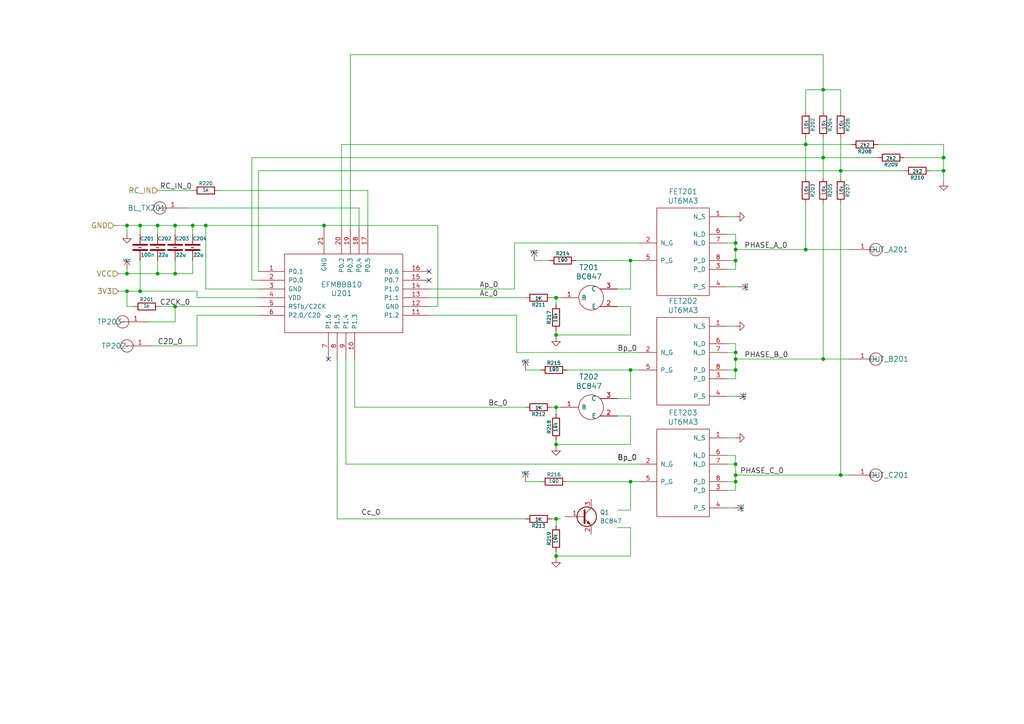
<source format=kicad_sch>
(kicad_sch (version 20230121) (generator eeschema)
  (paper "A4")
  (title_block (date "7 oct 2016"))
  (lib_symbols
    (symbol "Transistor_BJT:BC847" (pin_names (offset 0) hide)
      (property "Reference" "Q" (at 5.08 1.905 0))
      (property "Value" "BC847" (at 5.08 0 0))
      (symbol "BC847_0_1"
        (polyline (pts (xy 0.635 0.635) (xy 2.54 2.54)))
        (polyline (pts (xy 0.635 -0.635) (xy 2.54 -2.54) (xy 2.54 -2.54)))
        (polyline (pts (xy 0.635 1.905) (xy 0.635 -1.905) (xy 0.635 -1.905)) (stroke (width 0.508)))
        (polyline (pts (xy 1.27 -1.778) (xy 1.778 -1.27) (xy 2.286 -2.286) (xy 1.27 -1.778) (xy 1.27 -1.778)) (fill (type outline)))
        (circle (center 1.27 0) (radius 2.8194) (stroke (width 0.254)))
      )
      (symbol "BC847_1_1"
        (pin input line (at -5.08 0 0) (length 5.715) (name "B") (number "1"))
        (pin passive line (at 2.54 -5.08 90) (length 2.54) (name "E") (number "2"))
        (pin passive line (at 2.54 5.08 270) (length 2.54) (name "C") (number "3"))
      )
    )
    (symbol "custom:CUSTOM_C" (pin_numbers hide) (pin_names (offset 0.254))
      (property "Reference" "C" (at 0.635 2.54 0))
      (property "Value" "CUSTOM_C" (at 0.635 -2.54 0))
      (symbol "CUSTOM_C_0_1"
        (polyline (pts (xy -2.032 -0.762) (xy 2.032 -0.762)) (stroke (width 0.508)))
        (polyline (pts (xy -2.032 0.762) (xy 2.032 0.762)) (stroke (width 0.508)))
      )
      (symbol "CUSTOM_C_1_1"
        (pin passive line (at 0 3.81 270) (length 2.794) (name "~") (number "1"))
        (pin passive line (at 0 -3.81 90) (length 2.794) (name "~") (number "2"))
      )
    )
    (symbol "custom:CUSTOM_R" (pin_numbers hide) (pin_names (offset 0))
      (property "Reference" "R" (at 2.032 0 90))
      (property "Value" "CUSTOM_R" (at 0 0 90))
      (symbol "CUSTOM_R_0_1"
        (rectangle (start -1.016 -2.54) (end 1.016 2.54) (stroke (width 0.254)))
      )
      (symbol "CUSTOM_R_1_1"
        (pin passive line (at 0 3.81 270) (length 1.27) (name "~") (number "1"))
        (pin passive line (at 0 -3.81 90) (length 1.27) (name "~") (number "2"))
      )
    )
    (symbol "custom:EFM8BB10" (pin_names (offset 1.016))
      (property "Reference" "U" (at 10.16 6.35 0))
      (property "Value" "EFM8BB10" (at 10.16 8.89 0))
      (symbol "EFM8BB10_0_1"
        (rectangle (start -6.35 17.78) (end 27.94 -5.08))
      )
      (symbol "EFM8BB10_1_1"
        (pin input line (at -13.97 12.7 0) (length 7.62) (name "P0.1") (number "1"))
        (pin input line (at 13.97 -12.7 90) (length 7.62) (name "P1.3") (number "10"))
        (pin input line (at 35.56 0 180) (length 7.62) (name "P1.2") (number "11"))
        (pin input line (at 35.56 2.54 180) (length 7.62) (name "GND") (number "12"))
        (pin input line (at 35.56 5.08 180) (length 7.62) (name "P1.1") (number "13"))
        (pin input line (at 35.56 7.62 180) (length 7.62) (name "P1.0") (number "14"))
        (pin input line (at 35.56 10.16 180) (length 7.62) (name "P0.7") (number "15"))
        (pin input line (at 35.56 12.7 180) (length 7.62) (name "P0.6") (number "16"))
        (pin input line (at 17.78 25.4 270) (length 7.62) (name "P0.5") (number "17"))
        (pin input line (at 15.24 25.4 270) (length 7.62) (name "P0.4") (number "18"))
        (pin input line (at 12.7 25.4 270) (length 7.62) (name "P0.3") (number "19"))
        (pin input line (at -13.97 10.16 0) (length 7.62) (name "P0.0") (number "2"))
        (pin input line (at 10.16 25.4 270) (length 7.62) (name "P0.2") (number "20"))
        (pin input line (at 5.08 25.4 270) (length 7.62) (name "GND") (number "21"))
        (pin input line (at -13.97 7.62 0) (length 7.62) (name "GND") (number "3"))
        (pin input line (at -13.97 5.08 0) (length 7.62) (name "VDD") (number "4"))
        (pin input line (at -13.97 2.54 0) (length 7.62) (name "RSTb/C2CK") (number "5"))
        (pin input line (at -13.97 0 0) (length 7.62) (name "P2.0/C2D") (number "6"))
        (pin input line (at 6.35 -12.7 90) (length 7.62) (name "P1.6") (number "7"))
        (pin input line (at 8.89 -12.7 90) (length 7.62) (name "P1.5") (number "8"))
        (pin input line (at 11.43 -12.7 90) (length 7.62) (name "P1.4") (number "9"))
      )
    )
    (symbol "custom:NPN" (pin_names (offset 1.016))
      (property "Reference" "T" (at 0 -5.08 0))
      (property "Value" "NPN" (at 0 5.08 0))
      (symbol "NPN_0_1"
        (circle (center 0 0) (radius 3.5814))
      )
      (symbol "NPN_1_1"
        (pin input line (at -8.89 0 0) (length 5.08) (name "B") (number "1"))
        (pin input line (at 7.62 -2.54 180) (length 5.08) (name "E") (number "2"))
        (pin input line (at 7.62 2.54 180) (length 5.08) (name "C") (number "3"))
      )
    )
    (symbol "custom:TP" (pin_names (offset 1.016))
      (property "Value" "TP" (at 3.81 0 0))
      (symbol "TP_0_1"
        (circle (center 0 0) (radius 1.8034))
      )
      (symbol "TP_1_1"
        (pin bidirectional line (at -7.62 0 0) (length 7.62) (name "~") (number "1"))
      )
    )
    (symbol "custom:UT6MA3" (pin_names (offset 1.016))
      (property "Reference" "FET" (at 0 -15.24 0))
      (property "Value" "UT6MA3" (at 0 15.24 0))
      (symbol "UT6MA3_0_1"
        (rectangle (start -7.62 12.7) (end 7.62 -12.7))
      )
      (symbol "UT6MA3_1_1"
        (pin input line (at 12.7 -10.16 180) (length 5.08) (name "N_S") (number "1"))
        (pin input line (at -12.7 -2.54 0) (length 5.08) (name "N_G") (number "2"))
        (pin input line (at 12.7 5.08 180) (length 5.08) (name "P_D") (number "3"))
        (pin input line (at 12.7 10.16 180) (length 5.08) (name "P_S") (number "4"))
        (pin input line (at -12.7 2.54 0) (length 5.08) (name "P_G") (number "5"))
        (pin input line (at 12.7 -5.08 180) (length 5.08) (name "N_D") (number "6"))
        (pin input line (at 12.7 -2.54 180) (length 5.08) (name "N_D") (number "7"))
        (pin input line (at 12.7 2.54 180) (length 5.08) (name "P_D") (number "8"))
      )
    )
    (symbol "power:GND" (power) (pin_names (offset 0))
      (property "Value" "GND" (at 0 -3.81 0))
      (symbol "GND_0_1"
        (polyline (pts (xy 0 0) (xy 0 -1.27) (xy 1.27 -1.27) (xy 0 -2.54) (xy -1.27 -1.27) (xy 0 -1.27)))
      )
      (symbol "GND_1_1"
        (pin power_in line (at 0 0 270) (length 0) hide (name "GND") (number "1"))
      )
    )
    (symbol "power:VCC" (power) (pin_names (offset 0))
      (property "Value" "VCC" (at 0 3.81 0))
      (symbol "VCC_0_1"
        (polyline (pts (xy -0.762 1.27) (xy 0 2.54)))
        (polyline (pts (xy 0 0) (xy 0 2.54)))
        (polyline (pts (xy 0 2.54) (xy 0.762 1.27)))
      )
      (symbol "VCC_1_1"
        (pin power_in line (at 0 0 90) (length 0) hide (name "VCC") (number "1"))
      )
    )
  )
  (junction (at 238.76 45.72))
  (junction (at 161.29 86.36))
  (junction (at 36.83 79.375))
  (junction (at 161.29 150.495))
  (junction (at 243.84 49.53))
  (junction (at 213.36 102.235))
  (junction (at 161.29 118.11))
  (junction (at 273.685 49.53))
  (junction (at 59.69 65.405))
  (junction (at 93.98 65.405))
  (junction (at 238.76 26.035))
  (junction (at 40.64 65.405))
  (junction (at 36.83 84.455))
  (junction (at 182.88 107.315))
  (junction (at 161.29 161.29))
  (junction (at 50.8 79.375))
  (junction (at 55.88 65.405))
  (junction (at 233.68 72.39))
  (junction (at 36.83 65.405))
  (junction (at 213.36 75.565))
  (junction (at 50.8 88.9))
  (junction (at 45.72 65.405))
  (junction (at 213.36 72.39))
  (junction (at 273.685 45.72))
  (junction (at 45.72 79.375))
  (junction (at 50.8 65.405))
  (junction (at 213.36 107.315))
  (junction (at 233.68 41.91))
  (junction (at 243.84 137.795))
  (junction (at 238.76 104.14))
  (junction (at 40.64 84.455))
  (junction (at 213.36 137.795))
  (junction (at 182.88 75.565))
  (junction (at 213.36 134.62))
  (junction (at 213.36 70.485))
  (junction (at 161.29 128.905))
  (junction (at 182.88 139.7))
  (junction (at 213.36 104.14))
  (junction (at 213.36 139.7))
  (junction (at 161.29 97.155))
  (no_connect (at 95.25 104.14))
  (no_connect (at 124.46 78.74))
  (no_connect (at 124.46 81.28))
  (wire (pts (xy 182.88 88.9) (xy 179.07 88.9)))
  (wire (pts (xy 238.76 45.72) (xy 238.76 51.435)))
  (wire (pts (xy 238.76 45.72) (xy 254.635 45.72)))
  (wire (pts (xy 101.6 15.875) (xy 101.6 66.04)))
  (wire (pts (xy 182.88 97.155) (xy 182.88 88.9)))
  (wire (pts (xy 57.15 100.33) (xy 44.45 100.33)))
  (wire (pts (xy 213.36 102.235) (xy 213.36 104.14)))
  (wire (pts (xy 127 65.405) (xy 127 88.9)))
  (wire (pts (xy 57.15 86.36) (xy 74.93 86.36)))
  (wire (pts (xy 238.76 15.875) (xy 101.6 15.875)))
  (wire (pts (xy 210.82 147.32) (xy 212.725 147.32)))
  (wire (pts (xy 102.87 104.14) (xy 102.87 118.11)))
  (wire (pts (xy 210.82 83.185) (xy 213.995 83.185)))
  (wire (pts (xy 161.29 97.155) (xy 161.29 97.79)))
  (wire (pts (xy 97.79 150.495) (xy 152.4 150.495)))
  (wire (pts (xy 104.14 60.325) (xy 104.14 66.04)))
  (wire (pts (xy 161.29 128.905) (xy 182.88 128.905)))
  (wire (pts (xy 167.005 75.565) (xy 182.88 75.565)))
  (wire (pts (xy 210.82 114.935) (xy 213.36 114.935)))
  (wire (pts (xy 40.64 84.455) (xy 57.15 84.455)))
  (wire (pts (xy 269.875 49.53) (xy 273.685 49.53)))
  (wire (pts (xy 43.18 93.345) (xy 50.8 93.345)))
  (wire (pts (xy 233.68 26.035) (xy 233.68 32.385)))
  (wire (pts (xy 182.88 115.57) (xy 182.88 107.315)))
  (wire (pts (xy 73.025 45.72) (xy 73.025 81.28)))
  (wire (pts (xy 182.88 107.315) (xy 185.42 107.315)))
  (wire (pts (xy 210.82 94.615) (xy 213.36 94.615)))
  (wire (pts (xy 213.36 107.315) (xy 213.36 109.855)))
  (wire (pts (xy 73.025 45.72) (xy 238.76 45.72)))
  (wire (pts (xy 213.36 132.08) (xy 210.82 132.08)))
  (wire (pts (xy 243.84 49.53) (xy 262.255 49.53)))
  (wire (pts (xy 74.93 78.74) (xy 74.93 49.53)))
  (wire (pts (xy 233.68 72.39) (xy 246.38 72.39)))
  (wire (pts (xy 55.88 65.405) (xy 55.88 67.945)))
  (wire (pts (xy 161.29 128.905) (xy 161.29 129.54)))
  (wire (pts (xy 182.88 147.955) (xy 179.07 147.955)))
  (wire (pts (xy 213.36 72.39) (xy 213.36 75.565)))
  (wire (pts (xy 161.29 160.02) (xy 161.29 161.29)))
  (wire (pts (xy 50.8 79.375) (xy 55.88 79.375)))
  (wire (pts (xy 36.83 84.455) (xy 40.64 84.455)))
  (wire (pts (xy 161.29 88.265) (xy 161.29 86.36)))
  (wire (pts (xy 36.83 65.405) (xy 40.64 65.405)))
  (wire (pts (xy 59.69 83.82) (xy 74.93 83.82)))
  (wire (pts (xy 40.64 84.455) (xy 40.64 75.565)))
  (wire (pts (xy 213.36 70.485) (xy 213.36 72.39)))
  (wire (pts (xy 161.29 118.11) (xy 162.56 118.11)))
  (wire (pts (xy 154.94 75.565) (xy 159.385 75.565)))
  (wire (pts (xy 50.8 67.945) (xy 50.8 65.405)))
  (wire (pts (xy 46.355 88.9) (xy 50.8 88.9)))
  (wire (pts (xy 213.36 67.945) (xy 213.36 70.485)))
  (wire (pts (xy 213.36 104.14) (xy 238.76 104.14)))
  (wire (pts (xy 45.72 55.245) (xy 55.88 55.245)))
  (wire (pts (xy 213.36 109.855) (xy 210.82 109.855)))
  (wire (pts (xy 233.68 26.035) (xy 238.76 26.035)))
  (wire (pts (xy 45.72 65.405) (xy 50.8 65.405)))
  (wire (pts (xy 210.82 139.7) (xy 213.36 139.7)))
  (wire (pts (xy 262.255 45.72) (xy 273.685 45.72)))
  (wire (pts (xy 213.36 99.695) (xy 213.36 102.235)))
  (wire (pts (xy 50.8 79.375) (xy 50.8 75.565)))
  (wire (pts (xy 213.36 104.14) (xy 213.36 107.315)))
  (wire (pts (xy 243.84 40.005) (xy 243.84 49.53)))
  (wire (pts (xy 34.29 84.455) (xy 36.83 84.455)))
  (wire (pts (xy 149.86 102.235) (xy 185.42 102.235)))
  (wire (pts (xy 238.76 40.005) (xy 238.76 45.72)))
  (wire (pts (xy 36.83 79.375) (xy 36.83 78.105)))
  (wire (pts (xy 45.72 79.375) (xy 45.72 75.565)))
  (wire (pts (xy 160.02 150.495) (xy 161.29 150.495)))
  (wire (pts (xy 161.29 161.29) (xy 182.88 161.29)))
  (wire (pts (xy 213.36 75.565) (xy 213.36 78.105)))
  (wire (pts (xy 161.29 120.015) (xy 161.29 118.11)))
  (wire (pts (xy 40.64 65.405) (xy 40.64 67.945)))
  (wire (pts (xy 182.88 83.82) (xy 179.07 83.82)))
  (wire (pts (xy 102.87 118.11) (xy 152.4 118.11)))
  (wire (pts (xy 93.98 65.405) (xy 93.98 66.04)))
  (wire (pts (xy 243.84 137.795) (xy 246.38 137.795)))
  (wire (pts (xy 233.68 41.91) (xy 247.015 41.91)))
  (wire (pts (xy 210.82 67.945) (xy 213.36 67.945)))
  (wire (pts (xy 273.685 49.53) (xy 273.685 52.705)))
  (wire (pts (xy 59.69 83.82) (xy 59.69 65.405)))
  (wire (pts (xy 99.06 41.91) (xy 233.68 41.91)))
  (wire (pts (xy 210.82 99.695) (xy 213.36 99.695)))
  (wire (pts (xy 149.86 91.44) (xy 149.86 102.235)))
  (wire (pts (xy 213.36 78.105) (xy 210.82 78.105)))
  (wire (pts (xy 182.88 147.955) (xy 182.88 139.7)))
  (wire (pts (xy 161.29 150.495) (xy 162.56 150.495)))
  (wire (pts (xy 164.465 139.7) (xy 182.88 139.7)))
  (wire (pts (xy 238.76 15.875) (xy 238.76 26.035)))
  (wire (pts (xy 74.93 49.53) (xy 243.84 49.53)))
  (wire (pts (xy 161.29 97.155) (xy 182.88 97.155)))
  (wire (pts (xy 210.82 134.62) (xy 213.36 134.62)))
  (wire (pts (xy 254.635 41.91) (xy 273.685 41.91)))
  (wire (pts (xy 36.83 79.375) (xy 45.72 79.375)))
  (wire (pts (xy 182.88 161.29) (xy 182.88 153.035)))
  (wire (pts (xy 152.4 107.315) (xy 156.845 107.315)))
  (wire (pts (xy 213.36 134.62) (xy 213.36 137.795)))
  (wire (pts (xy 57.15 91.44) (xy 74.93 91.44)))
  (wire (pts (xy 161.29 152.4) (xy 161.29 150.495)))
  (wire (pts (xy 161.29 86.36) (xy 162.56 86.36)))
  (wire (pts (xy 213.36 72.39) (xy 233.68 72.39)))
  (wire (pts (xy 59.69 65.405) (xy 93.98 65.405)))
  (wire (pts (xy 97.79 104.14) (xy 97.79 150.495)))
  (wire (pts (xy 238.76 26.035) (xy 238.76 32.385)))
  (wire (pts (xy 233.68 41.91) (xy 233.68 51.435)))
  (wire (pts (xy 149.225 70.485) (xy 149.225 83.82)))
  (wire (pts (xy 57.15 91.44) (xy 57.15 100.33)))
  (wire (pts (xy 182.88 75.565) (xy 182.88 83.82)))
  (wire (pts (xy 213.36 137.795) (xy 243.84 137.795)))
  (wire (pts (xy 238.76 26.035) (xy 243.84 26.035)))
  (wire (pts (xy 182.88 153.035) (xy 179.07 153.035)))
  (wire (pts (xy 50.8 65.405) (xy 55.88 65.405)))
  (wire (pts (xy 210.82 62.865) (xy 213.36 62.865)))
  (wire (pts (xy 213.36 137.795) (xy 213.36 139.7)))
  (wire (pts (xy 100.33 134.62) (xy 185.42 134.62)))
  (wire (pts (xy 210.82 75.565) (xy 213.36 75.565)))
  (wire (pts (xy 161.29 95.885) (xy 161.29 97.155)))
  (wire (pts (xy 50.8 93.345) (xy 50.8 88.9)))
  (wire (pts (xy 33.02 65.405) (xy 36.83 65.405)))
  (wire (pts (xy 127 88.9) (xy 124.46 88.9)))
  (wire (pts (xy 213.36 132.08) (xy 213.36 134.62)))
  (wire (pts (xy 152.4 139.7) (xy 156.845 139.7)))
  (wire (pts (xy 57.15 84.455) (xy 57.15 86.36)))
  (wire (pts (xy 182.88 75.565) (xy 185.42 75.565)))
  (wire (pts (xy 106.68 55.245) (xy 63.5 55.245)))
  (wire (pts (xy 182.88 120.65) (xy 179.07 120.65)))
  (wire (pts (xy 243.84 49.53) (xy 243.84 51.435)))
  (wire (pts (xy 36.83 88.9) (xy 36.83 84.455)))
  (wire (pts (xy 93.98 65.405) (xy 127 65.405)))
  (wire (pts (xy 45.72 79.375) (xy 50.8 79.375)))
  (wire (pts (xy 53.975 60.325) (xy 104.14 60.325)))
  (wire (pts (xy 40.64 65.405) (xy 45.72 65.405)))
  (wire (pts (xy 45.72 67.945) (xy 45.72 65.405)))
  (wire (pts (xy 161.29 161.29) (xy 161.29 161.925)))
  (wire (pts (xy 73.025 81.28) (xy 74.93 81.28)))
  (wire (pts (xy 149.225 83.82) (xy 124.46 83.82)))
  (wire (pts (xy 213.36 142.24) (xy 210.82 142.24)))
  (wire (pts (xy 210.82 70.485) (xy 213.36 70.485)))
  (wire (pts (xy 273.685 45.72) (xy 273.685 49.53)))
  (wire (pts (xy 182.88 128.905) (xy 182.88 120.65)))
  (wire (pts (xy 210.82 107.315) (xy 213.36 107.315)))
  (wire (pts (xy 182.88 139.7) (xy 185.42 139.7)))
  (wire (pts (xy 210.82 127) (xy 213.36 127)))
  (wire (pts (xy 160.02 118.11) (xy 161.29 118.11)))
  (wire (pts (xy 273.685 41.91) (xy 273.685 45.72)))
  (wire (pts (xy 233.68 59.055) (xy 233.68 72.39)))
  (wire (pts (xy 152.4 86.36) (xy 124.46 86.36)))
  (wire (pts (xy 164.465 107.315) (xy 182.88 107.315)))
  (wire (pts (xy 106.68 66.04) (xy 106.68 55.245)))
  (wire (pts (xy 36.83 67.945) (xy 36.83 65.405)))
  (wire (pts (xy 243.84 26.035) (xy 243.84 32.385)))
  (wire (pts (xy 50.8 88.9) (xy 74.93 88.9)))
  (wire (pts (xy 55.88 65.405) (xy 59.69 65.405)))
  (wire (pts (xy 182.88 115.57) (xy 179.07 115.57)))
  (wire (pts (xy 100.33 104.14) (xy 100.33 134.62)))
  (wire (pts (xy 55.88 79.375) (xy 55.88 75.565)))
  (wire (pts (xy 99.06 41.91) (xy 99.06 66.04)))
  (wire (pts (xy 233.68 40.005) (xy 233.68 41.91)))
  (wire (pts (xy 34.29 79.375) (xy 36.83 79.375)))
  (wire (pts (xy 213.36 139.7) (xy 213.36 142.24)))
  (wire (pts (xy 160.02 86.36) (xy 161.29 86.36)))
  (wire (pts (xy 161.29 127.635) (xy 161.29 128.905)))
  (wire (pts (xy 149.86 91.44) (xy 124.46 91.44)))
  (wire (pts (xy 238.76 59.055) (xy 238.76 104.14)))
  (wire (pts (xy 185.42 70.485) (xy 149.225 70.485)))
  (wire (pts (xy 238.76 104.14) (xy 246.38 104.14)))
  (wire (pts (xy 36.83 88.9) (xy 38.735 88.9)))
  (wire (pts (xy 243.84 59.055) (xy 243.84 137.795)))
  (wire (pts (xy 210.82 102.235) (xy 213.36 102.235)))
  (label "Ac_0" (at 139.065 86.36 0) (effects (font (size 1.524 1.524))))
  (label "Bp_0" (at 179.07 133.985 0) (effects (font (size 1.524 1.524))))
  (label "Cc_0" (at 104.775 149.86 0) (effects (font (size 1.524 1.524))))
  (label "PHASE_B_0" (at 215.9 104.14 0) (effects (font (size 1.524 1.524))))
  (label "Cp_0" (at 179.07 133.985 0) (effects (font (size 1.524 1.524))))
  (label "RC_IN_0" (at 46.355 55.245 0) (effects (font (size 1.524 1.524))))
  (label "Bp_0" (at 179.07 102.235 0) (effects (font (size 1.524 1.524))))
  (label "Ap_0" (at 139.065 83.82 0) (effects (font (size 1.524 1.524))))
  (label "C2D_0" (at 45.72 100.33 0) (effects (font (size 1.524 1.524))))
  (label "Bc_0" (at 141.605 118.11 0) (effects (font (size 1.524 1.524))))
  (label "PHASE_C_0" (at 214.63 137.795 0) (effects (font (size 1.524 1.524))))
  (label "C2CK_0" (at 46.355 88.9 0) (effects (font (size 1.524 1.524))))
  (label "PHASE_A_0" (at 215.9 72.39 0) (effects (font (size 1.524 1.524))))
  (hierarchical_label "RC_IN" (shape input) (at 45.72 55.245 180) (effects (font (size 1.524 1.524))))
  (hierarchical_label "3V3" (shape input) (at 34.29 84.455 180) (effects (font (size 1.524 1.524))))
  (hierarchical_label "GND" (shape input) (at 33.02 65.405 180) (effects (font (size 1.524 1.524))))
  (hierarchical_label "VCC" (shape input) (at 34.29 79.375 180) (effects (font (size 1.524 1.524))))
  (symbol (lib_id "custom:EFM8BB10") (at 88.9 91.44 0) (unit 1)
    (property "Reference" "U201" (at 99.06 85.09 0) (effects (font (size 1.524 1.524))))
    (property "Value" "EFM8BB10" (at 99.06 82.55 0) (effects (font (size 1.524 1.524))))
    (property "Footprint" "custom:QFN20" (effects hide))
  )
  (symbol (lib_id "power:GND") (at 213.36 62.865 90) (unit 1)
    (property "Reference" "#PWR046" (effects hide))
    (property "Value" "GND" (effects hide))
  )
  (symbol (lib_id "power:VCC") (at 213.995 83.185 270) (unit 1)
    (property "Reference" "#PWR047" (effects hide))
    (property "Value" "VCC" (at 216.535 83.185 0) (effects (font (size 0.762 0.762))))
  )
  (symbol (lib_id "custom:TP") (at 36.83 100.33 180) (unit 1)
    (property "Reference" "TP202" (at 33.02 100.33 0) (effects (font (size 1.524 1.524))))
    (property "Value" "TP" (effects hide))
    (property "Footprint" "custom:TP_smd_0.5x0.4" (effects hide))
    (property "Datasheet" "~" (at 36.83 100.33 0) (effects (font (size 1.524 1.524))))
  )
  (symbol (lib_id "power:GND") (at 213.36 94.615 90) (unit 1)
    (property "Reference" "#PWR048" (effects hide))
    (property "Value" "GND" (effects hide))
  )
  (symbol (lib_id "power:VCC") (at 213.36 114.935 270) (unit 1)
    (property "Reference" "#PWR049" (effects hide))
    (property "Value" "VCC" (at 215.9 114.935 0) (effects (font (size 0.762 0.762))))
  )
  (symbol (lib_id "power:VCC") (at 212.725 147.32 270) (unit 1)
    (property "Reference" "#PWR050" (effects hide))
    (property "Value" "VCC" (at 215.265 147.32 0) (effects (font (size 0.762 0.762))))
  )
  (symbol (lib_id "power:GND") (at 213.36 127 90) (unit 1)
    (property "Reference" "#PWR051" (effects hide))
    (property "Value" "GND" (effects hide))
  )
  (symbol (lib_id "custom:CUSTOM_R") (at 233.68 55.245 0) (unit 1)
    (property "Reference" "R203" (at 235.712 55.245 90) (effects (font (size 1.016 1.016))))
    (property "Value" "10k" (at 233.8578 55.2196 90) (effects (font (size 1.016 1.016))))
    (property "Footprint" "custom:R_0402_CUSTOM" (effects hide))
    (property "Datasheet" "~" (at 233.68 55.245 0) (effects (font (size 0.762 0.762))))
  )
  (symbol (lib_id "custom:CUSTOM_R") (at 238.76 55.245 0) (unit 1)
    (property "Reference" "R205" (at 240.792 55.245 90) (effects (font (size 1.016 1.016))))
    (property "Value" "10k" (at 238.9378 55.2196 90) (effects (font (size 1.016 1.016))))
    (property "Footprint" "custom:R_0402_CUSTOM" (effects hide))
    (property "Datasheet" "~" (at 238.76 55.245 0) (effects (font (size 0.762 0.762))))
  )
  (symbol (lib_id "custom:CUSTOM_R") (at 243.84 55.245 0) (unit 1)
    (property "Reference" "R207" (at 245.872 55.245 90) (effects (font (size 1.016 1.016))))
    (property "Value" "10k" (at 244.0178 55.2196 90) (effects (font (size 1.016 1.016))))
    (property "Footprint" "custom:R_0402_CUSTOM" (effects hide))
    (property "Datasheet" "~" (at 243.84 55.245 0) (effects (font (size 0.762 0.762))))
  )
  (symbol (lib_id "custom:CUSTOM_R") (at 233.68 36.195 0) (unit 1)
    (property "Reference" "R202" (at 235.712 36.195 90) (effects (font (size 1.016 1.016))))
    (property "Value" "10k" (at 233.8578 36.1696 90) (effects (font (size 1.016 1.016))))
    (property "Footprint" "custom:R_0402_CUSTOM" (effects hide))
    (property "Datasheet" "~" (at 233.68 36.195 0) (effects (font (size 0.762 0.762))))
  )
  (symbol (lib_id "custom:CUSTOM_R") (at 238.76 36.195 0) (unit 1)
    (property "Reference" "R204" (at 240.792 36.195 90) (effects (font (size 1.016 1.016))))
    (property "Value" "10k" (at 238.9378 36.1696 90) (effects (font (size 1.016 1.016))))
    (property "Footprint" "custom:R_0402_CUSTOM" (effects hide))
    (property "Datasheet" "~" (at 238.76 36.195 0) (effects (font (size 0.762 0.762))))
  )
  (symbol (lib_id "custom:CUSTOM_R") (at 243.84 36.195 0) (unit 1)
    (property "Reference" "R206" (at 245.872 36.195 90) (effects (font (size 1.016 1.016))))
    (property "Value" "10k" (at 244.0178 36.1696 90) (effects (font (size 1.016 1.016))))
    (property "Footprint" "custom:R_0402_CUSTOM" (effects hide))
    (property "Datasheet" "~" (at 243.84 36.195 0) (effects (font (size 0.762 0.762))))
  )
  (symbol (lib_id "custom:TP") (at 254 72.39 0) (unit 1)
    (property "Reference" "OUT_A201" (at 257.81 72.39 0) (effects (font (size 1.524 1.524))))
    (property "Value" "TP" (effects hide))
    (property "Footprint" "custom:TP_PHASE_PAD" (effects hide))
    (property "Datasheet" "~" (at 254 72.39 0) (effects (font (size 1.524 1.524))))
  )
  (symbol (lib_id "custom:TP") (at 254 104.14 0) (unit 1)
    (property "Reference" "OUT_B201" (at 257.81 104.14 0) (effects (font (size 1.524 1.524))))
    (property "Value" "TP" (effects hide))
    (property "Footprint" "custom:TP_PHASE_PAD" (effects hide))
    (property "Datasheet" "~" (at 254 104.14 0) (effects (font (size 1.524 1.524))))
  )
  (symbol (lib_id "custom:TP") (at 254 137.795 0) (unit 1)
    (property "Reference" "OUT_C201" (at 257.81 137.795 0) (effects (font (size 1.524 1.524))))
    (property "Value" "TP" (effects hide))
    (property "Footprint" "custom:TP_PHASE_PAD" (effects hide))
    (property "Datasheet" "~" (at 254 137.795 0) (effects (font (size 1.524 1.524))))
  )
  (symbol (lib_id "custom:CUSTOM_C") (at 40.64 71.755 0) (unit 1)
    (property "Reference" "C201" (at 40.64 69.215 0) (effects (font (size 1.016 1.016)) (justify left)))
    (property "Value" "100n" (at 40.7924 73.914 0) (effects (font (size 1.016 1.016)) (justify left)))
    (property "Footprint" "custom:C_0402_CUSTOM" (effects hide))
    (property "Datasheet" "~" (at 40.64 71.755 0) (effects (font (size 1.524 1.524))))
  )
  (symbol (lib_id "power:GND") (at 36.83 67.945 0) (unit 1)
    (property "Reference" "#PWR052" (effects hide))
    (property "Value" "GND" (effects hide))
  )
  (symbol (lib_id "power:VCC") (at 36.83 78.105 0) (unit 1)
    (property "Reference" "#PWR053" (effects hide))
    (property "Value" "VCC" (at 36.83 75.565 0) (effects (font (size 0.762 0.762))))
  )
  (symbol (lib_id "custom:CUSTOM_C") (at 45.72 71.755 0) (unit 1)
    (property "Reference" "C202" (at 45.72 69.215 0) (effects (font (size 1.016 1.016)) (justify left)))
    (property "Value" "22u" (at 45.8724 73.914 0) (effects (font (size 1.016 1.016)) (justify left)))
    (property "Footprint" "custom:C_0603_CUSTOM" (effects hide))
    (property "Datasheet" "~" (at 45.72 71.755 0) (effects (font (size 1.524 1.524))))
  )
  (symbol (lib_id "custom:CUSTOM_R") (at 42.545 88.9 90) (unit 1)
    (property "Reference" "R201" (at 42.545 86.868 90) (effects (font (size 1.016 1.016))))
    (property "Value" "1k" (at 42.5196 88.7222 90) (effects (font (size 1.016 1.016))))
    (property "Footprint" "custom:R_0402_CUSTOM" (effects hide))
    (property "Datasheet" "~" (at 42.545 88.9 0) (effects (font (size 0.762 0.762))))
  )
  (symbol (lib_id "custom:TP") (at 46.355 60.325 180) (unit 1)
    (property "Reference" "BL_TX201" (at 42.545 60.325 0) (effects (font (size 1.524 1.524))))
    (property "Value" "TP" (effects hide))
    (property "Footprint" "custom:TP_smd_0.5x0.4" (effects hide))
    (property "Datasheet" "~" (at 46.355 60.325 0) (effects (font (size 1.524 1.524))))
  )
  (symbol (lib_id "custom:UT6MA3") (at 198.12 73.025 0) (mirror x) (unit 1)
    (property "Reference" "FET201" (at 198.12 55.5752 0) (effects (font (size 1.524 1.524))))
    (property "Value" "UT6MA3" (at 198.12 58.2676 0) (effects (font (size 1.524 1.524))))
    (property "Footprint" "custom:DFN2020-8D" (effects hide))
  )
  (symbol (lib_id "custom:UT6MA3") (at 198.12 104.775 0) (mirror x) (unit 1)
    (property "Reference" "FET202" (at 198.12 87.3252 0) (effects (font (size 1.524 1.524))))
    (property "Value" "UT6MA3" (at 198.12 90.0176 0) (effects (font (size 1.524 1.524))))
    (property "Footprint" "custom:DFN2020-8D" (effects hide))
  )
  (symbol (lib_id "custom:UT6MA3") (at 198.12 137.16 0) (mirror x) (unit 1)
    (property "Reference" "FET203" (at 198.12 119.7102 0) (effects (font (size 1.524 1.524))))
    (property "Value" "UT6MA3" (at 198.12 122.4026 0) (effects (font (size 1.524 1.524))))
    (property "Footprint" "custom:DFN2020-8D" (effects hide))
  )
  (symbol (lib_id "custom:CUSTOM_C") (at 50.8 71.755 0) (unit 1)
    (property "Reference" "C203" (at 50.8 69.215 0) (effects (font (size 1.016 1.016)) (justify left)))
    (property "Value" "22u" (at 50.9524 73.914 0) (effects (font (size 1.016 1.016)) (justify left)))
    (property "Footprint" "custom:C_0603_CUSTOM" (effects hide))
    (property "Datasheet" "~" (at 50.8 71.755 0) (effects (font (size 1.524 1.524))))
  )
  (symbol (lib_id "custom:CUSTOM_C") (at 55.88 71.755 0) (unit 1)
    (property "Reference" "C204" (at 55.88 69.215 0) (effects (font (size 1.016 1.016)) (justify left)))
    (property "Value" "22u" (at 56.0324 73.914 0) (effects (font (size 1.016 1.016)) (justify left)))
    (property "Footprint" "custom:C_0603_CUSTOM" (effects hide))
    (property "Datasheet" "~" (at 55.88 71.755 0) (effects (font (size 1.524 1.524))))
  )
  (symbol (lib_id "custom:NPN") (at 171.45 86.36 0) (unit 1)
    (property "Reference" "T201" (at 170.815 77.5462 0) (effects (font (size 1.524 1.524))))
    (property "Value" "BC847" (at 170.815 80.2386 0) (effects (font (size 1.524 1.524))))
    (property "Footprint" "custom:SC75" (effects hide))
  )
  (symbol (lib_id "custom:CUSTOM_R") (at 163.195 75.565 90) (unit 1)
    (property "Reference" "R214" (at 163.195 73.533 90) (effects (font (size 1.016 1.016))))
    (property "Value" "100" (at 163.1696 75.3872 90) (effects (font (size 1.016 1.016))))
    (property "Footprint" "custom:R_0603_CUSTOM" (effects hide))
    (property "Datasheet" "~" (at 163.195 75.565 0) (effects (font (size 0.762 0.762))))
  )
  (symbol (lib_id "power:VCC") (at 154.94 75.565 0) (unit 1)
    (property "Reference" "#PWR055" (effects hide))
    (property "Value" "VCC" (at 154.94 73.025 0) (effects (font (size 0.762 0.762))))
  )
  (symbol (lib_id "custom:CUSTOM_R") (at 156.21 86.36 270) (unit 1)
    (property "Reference" "R211" (at 156.21 88.392 90) (effects (font (size 1.016 1.016))))
    (property "Value" "1K" (at 156.2354 86.5378 90) (effects (font (size 1.016 1.016))))
    (property "Footprint" "custom:R_0402_CUSTOM" (effects hide))
    (property "Datasheet" "~" (at 156.21 86.36 0) (effects (font (size 0.762 0.762))))
  )
  (symbol (lib_id "custom:CUSTOM_R") (at 161.29 92.075 180) (unit 1)
    (property "Reference" "R217" (at 159.258 92.075 90) (effects (font (size 1.016 1.016))))
    (property "Value" "10k" (at 161.1122 92.1004 90) (effects (font (size 1.016 1.016))))
    (property "Footprint" "custom:R_0402_CUSTOM" (effects hide))
    (property "Datasheet" "~" (at 161.29 92.075 0) (effects (font (size 0.762 0.762))))
  )
  (symbol (lib_id "power:GND") (at 161.29 97.79 0) (unit 1)
    (property "Reference" "#PWR056" (effects hide))
    (property "Value" "GND" (effects hide))
  )
  (symbol (lib_id "custom:CUSTOM_R") (at 250.825 41.91 270) (unit 1)
    (property "Reference" "R208" (at 250.825 43.942 90) (effects (font (size 1.016 1.016))))
    (property "Value" "2k2" (at 250.8504 42.0878 90) (effects (font (size 1.016 1.016))))
    (property "Footprint" "custom:R_0402_CUSTOM" (effects hide))
    (property "Datasheet" "~" (at 250.825 41.91 0) (effects (font (size 0.762 0.762))))
  )
  (symbol (lib_id "custom:CUSTOM_R") (at 258.445 45.72 270) (unit 1)
    (property "Reference" "R209" (at 258.445 47.752 90) (effects (font (size 1.016 1.016))))
    (property "Value" "2k2" (at 258.4704 45.8978 90) (effects (font (size 1.016 1.016))))
    (property "Footprint" "custom:R_0402_CUSTOM" (effects hide))
    (property "Datasheet" "~" (at 258.445 45.72 0) (effects (font (size 0.762 0.762))))
  )
  (symbol (lib_id "custom:CUSTOM_R") (at 266.065 49.53 270) (unit 1)
    (property "Reference" "R210" (at 266.065 51.562 90) (effects (font (size 1.016 1.016))))
    (property "Value" "2k2" (at 266.0904 49.7078 90) (effects (font (size 1.016 1.016))))
    (property "Footprint" "custom:R_0402_CUSTOM" (effects hide))
    (property "Datasheet" "~" (at 266.065 49.53 0) (effects (font (size 0.762 0.762))))
  )
  (symbol (lib_id "custom:NPN") (at 171.45 118.11 0) (unit 1)
    (property "Reference" "T202" (at 170.815 109.2962 0) (effects (font (size 1.524 1.524))))
    (property "Value" "BC847" (at 170.815 111.9886 0) (effects (font (size 1.524 1.524))))
    (property "Footprint" "custom:SC75" (effects hide))
  )
  (symbol (lib_id "custom:CUSTOM_R") (at 156.21 118.11 270) (unit 1)
    (property "Reference" "R212" (at 156.21 120.142 90) (effects (font (size 1.016 1.016))))
    (property "Value" "1K" (at 156.2354 118.2878 90) (effects (font (size 1.016 1.016))))
    (property "Footprint" "custom:R_0402_CUSTOM" (effects hide))
    (property "Datasheet" "~" (at 156.21 118.11 0) (effects (font (size 0.762 0.762))))
  )
  (symbol (lib_id "custom:CUSTOM_R") (at 161.29 123.825 180) (unit 1)
    (property "Reference" "R218" (at 159.258 123.825 90) (effects (font (size 1.016 1.016))))
    (property "Value" "10k" (at 161.1122 123.8504 90) (effects (font (size 1.016 1.016))))
    (property "Footprint" "custom:R_0402_CUSTOM" (effects hide))
    (property "Datasheet" "~" (at 161.29 123.825 0) (effects (font (size 0.762 0.762))))
  )
  (symbol (lib_id "power:GND") (at 161.29 129.54 0) (unit 1)
    (property "Reference" "#PWR057" (effects hide))
    (property "Value" "GND" (effects hide))
  )
  (symbol (lib_id "custom:CUSTOM_R") (at 160.655 107.315 90) (unit 1)
    (property "Reference" "R215" (at 160.655 105.283 90) (effects (font (size 1.016 1.016))))
    (property "Value" "100" (at 160.6296 107.1372 90) (effects (font (size 1.016 1.016))))
    (property "Footprint" "custom:R_0603_CUSTOM" (effects hide))
    (property "Datasheet" "~" (at 160.655 107.315 0) (effects (font (size 0.762 0.762))))
  )
  (symbol (lib_id "power:VCC") (at 152.4 107.315 0) (unit 1)
    (property "Reference" "#PWR058" (effects hide))
    (property "Value" "VCC" (at 152.4 104.775 0) (effects (font (size 0.762 0.762))))
  )
  (symbol (lib_id "custom:CUSTOM_R") (at 156.21 150.495 270) (unit 1)
    (property "Reference" "R213" (at 156.21 152.527 90) (effects (font (size 1.016 1.016))))
    (property "Value" "1K" (at 156.2354 150.6728 90) (effects (font (size 1.016 1.016))))
    (property "Footprint" "custom:R_0402_CUSTOM" (effects hide))
    (property "Datasheet" "~" (at 156.21 150.495 0) (effects (font (size 0.762 0.762))))
  )
  (symbol (lib_id "custom:CUSTOM_R") (at 161.29 156.21 180) (unit 1)
    (property "Reference" "R219" (at 159.258 156.21 90) (effects (font (size 1.016 1.016))))
    (property "Value" "10k" (at 161.1122 156.2354 90) (effects (font (size 1.016 1.016))))
    (property "Footprint" "custom:R_0402_CUSTOM" (effects hide))
    (property "Datasheet" "~" (at 161.29 156.21 0) (effects (font (size 0.762 0.762))))
  )
  (symbol (lib_id "power:GND") (at 161.29 161.925 0) (unit 1)
    (property "Reference" "#PWR059" (effects hide))
    (property "Value" "GND" (effects hide))
  )
  (symbol (lib_id "custom:CUSTOM_R") (at 160.655 139.7 90) (unit 1)
    (property "Reference" "R216" (at 160.655 137.668 90) (effects (font (size 1.016 1.016))))
    (property "Value" "100" (at 160.6296 139.5222 90) (effects (font (size 1.016 1.016))))
    (property "Footprint" "custom:R_0603_CUSTOM" (effects hide))
    (property "Datasheet" "~" (at 160.655 139.7 0) (effects (font (size 0.762 0.762))))
  )
  (symbol (lib_id "power:VCC") (at 152.4 139.7 0) (unit 1)
    (property "Reference" "#PWR060" (effects hide))
    (property "Value" "VCC" (at 152.4 137.16 0) (effects (font (size 0.762 0.762))))
  )
  (symbol (lib_id "power:GND") (at 273.685 52.705 0) (unit 1)
    (property "Reference" "#PWR054" (effects hide))
    (property "Value" "GND" (effects hide))
  )
  (symbol (lib_id "custom:CUSTOM_R") (at 59.69 55.245 90) (unit 1)
    (property "Reference" "R220" (at 59.69 53.213 90) (effects (font (size 1.016 1.016))))
    (property "Value" "1k" (at 59.6646 55.0672 90) (effects (font (size 1.016 1.016))))
    (property "Footprint" "custom:R_0402_CUSTOM" (effects hide))
    (property "Datasheet" "~" (at 59.69 55.245 0) (effects (font (size 0.762 0.762))))
  )
  (symbol (lib_id "custom:TP") (at 35.56 93.345 180) (unit 1)
    (property "Reference" "TP203" (at 31.75 93.345 0) (effects (font (size 1.524 1.524))))
    (property "Value" "TP" (effects hide))
    (property "Footprint" "custom:TP_smd_0.5x0.4" (effects hide))
    (property "Datasheet" "~" (at 35.56 93.345 0) (effects (font (size 1.524 1.524))))
  )
  (symbol (lib_id "Transistor_BJT:BC847") (at 168.91 149.86 0) (unit 1)
    (property "Reference" "Q1" (at 173.99 148.59 0) (effects (justify left)))
    (property "Value" "BC847" (at 173.99 151.13 0) (effects (justify left)))
    (property "Footprint" "Package_TO_SOT_SMD:SOT-23" (effects hide))
    (property "Datasheet" "http://www.infineon.com/dgdl/Infineon-BC847SERIES_BC848SERIES_BC849SERIES_BC850SERIES-DS-v01_01-en.pdf?fileId=db3a304314dca389011541d4630a1657" (effects hide))
  )
)
</source>
